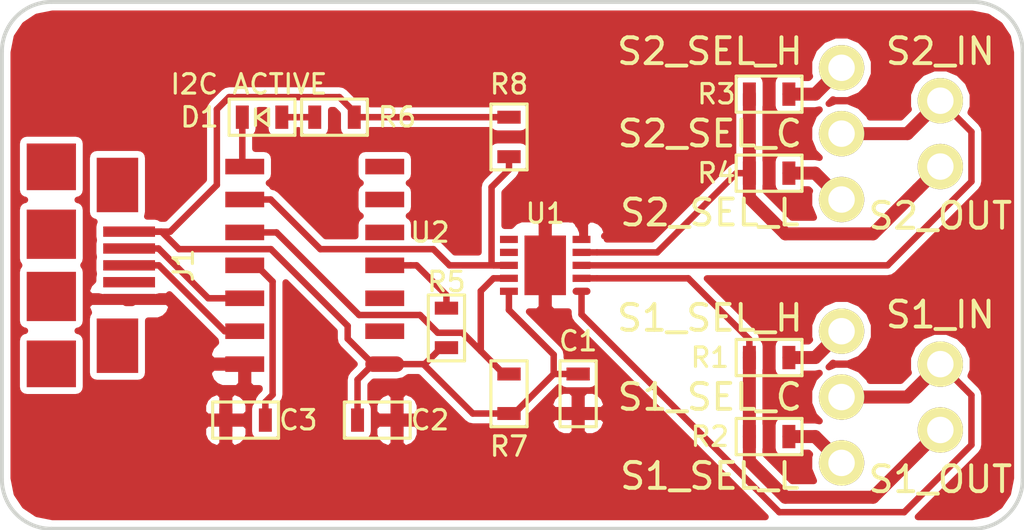
<source format=kicad_pcb>
(kicad_pcb (version 4) (host pcbnew 4.0.5)

  (general
    (links 43)
    (no_connects 6)
    (area 158.039999 101.524999 197.560001 121.995001)
    (thickness 1.6)
    (drawings 11)
    (tracks 113)
    (zones 0)
    (modules 25)
    (nets 28)
  )

  (page A4)
  (layers
    (0 F.Cu signal)
    (31 B.Cu signal)
    (32 B.Adhes user)
    (33 F.Adhes user)
    (34 B.Paste user)
    (35 F.Paste user)
    (36 B.SilkS user)
    (37 F.SilkS user)
    (38 B.Mask user)
    (39 F.Mask user)
    (40 Dwgs.User user)
    (41 Cmts.User user)
    (42 Eco1.User user)
    (43 Eco2.User user)
    (44 Edge.Cuts user)
    (45 Margin user)
    (46 B.CrtYd user)
    (47 F.CrtYd user)
    (48 B.Fab user)
    (49 F.Fab user)
  )

  (setup
    (last_trace_width 0.25)
    (user_trace_width 0.5)
    (trace_clearance 0.2)
    (zone_clearance 0.254)
    (zone_45_only no)
    (trace_min 0.2)
    (segment_width 0.2)
    (edge_width 0.15)
    (via_size 0.6)
    (via_drill 0.4)
    (via_min_size 0.4)
    (via_min_drill 0.3)
    (uvia_size 0.3)
    (uvia_drill 0.1)
    (uvias_allowed no)
    (uvia_min_size 0.2)
    (uvia_min_drill 0.1)
    (pcb_text_width 0.3)
    (pcb_text_size 1.5 1.5)
    (mod_edge_width 0.15)
    (mod_text_size 1 1)
    (mod_text_width 0.15)
    (pad_size 1.524 1.524)
    (pad_drill 0.762)
    (pad_to_mask_clearance 0.2)
    (aux_axis_origin 0 0)
    (visible_elements 7FFFF7FF)
    (pcbplotparams
      (layerselection 0x010f0_80000001)
      (usegerberextensions false)
      (excludeedgelayer true)
      (linewidth 0.100000)
      (plotframeref false)
      (viasonmask false)
      (mode 1)
      (useauxorigin false)
      (hpglpennumber 1)
      (hpglpenspeed 20)
      (hpglpendiameter 15)
      (hpglpenoverlay 2)
      (psnegative false)
      (psa4output false)
      (plotreference true)
      (plotvalue true)
      (plotinvisibletext false)
      (padsonsilk false)
      (subtractmaskfromsilk false)
      (outputformat 1)
      (mirror false)
      (drillshape 0)
      (scaleselection 1)
      (outputdirectory gerbers))
  )

  (net 0 "")
  (net 1 /USB_VBUS)
  (net 2 GND)
  (net 3 "Net-(D1-Pad2)")
  (net 4 "Net-(J1-Pad6)")
  (net 5 /USB_DM)
  (net 6 /USB_DP)
  (net 7 "Net-(J1-Pad4)")
  (net 8 "Net-(R1-Pad1)")
  (net 9 /SENSE1-)
  (net 10 "Net-(R2-Pad1)")
  (net 11 "Net-(R3-Pad1)")
  (net 12 /SENSE2-)
  (net 13 "Net-(R4-Pad1)")
  (net 14 /I2C_SCL)
  (net 15 /I2C_SDA)
  (net 16 /SENSE1+)
  (net 17 /SENSE2+)
  (net 18 /GP0)
  (net 19 /GP1)
  (net 20 /~RST)
  (net 21 /URx)
  (net 22 /UTx)
  (net 23 /GP2)
  (net 24 /GP3)
  (net 25 /VUSB)
  (net 26 /ADDR_SEL)
  (net 27 /~ALERT)

  (net_class Default "This is the default net class."
    (clearance 0.2)
    (trace_width 0.25)
    (via_dia 0.6)
    (via_drill 0.4)
    (uvia_dia 0.3)
    (uvia_drill 0.1)
    (add_net /ADDR_SEL)
    (add_net /GP0)
    (add_net /GP1)
    (add_net /GP2)
    (add_net /GP3)
    (add_net /I2C_SCL)
    (add_net /I2C_SDA)
    (add_net /SENSE1+)
    (add_net /SENSE1-)
    (add_net /SENSE2+)
    (add_net /SENSE2-)
    (add_net /URx)
    (add_net /USB_DM)
    (add_net /USB_DP)
    (add_net /USB_VBUS)
    (add_net /UTx)
    (add_net /VUSB)
    (add_net /~ALERT)
    (add_net /~RST)
    (add_net GND)
    (add_net "Net-(D1-Pad2)")
    (add_net "Net-(J1-Pad4)")
    (add_net "Net-(J1-Pad6)")
    (add_net "Net-(R1-Pad1)")
    (add_net "Net-(R2-Pad1)")
    (add_net "Net-(R3-Pad1)")
    (add_net "Net-(R4-Pad1)")
  )

  (module kicadlib:SMD_0603_C (layer F.Cu) (tedit 58A0ED2E) (tstamp 58A0DDF7)
    (at 180.34 117.475 270)
    (path /58A1026C)
    (fp_text reference C1 (at -2.794 0 360) (layer F.SilkS)
      (effects (font (size 0.75 0.75) (thickness 0.12)))
    )
    (fp_text value 10µF (at 1.016 0.635 360) (layer F.Fab) hide
      (effects (font (size 0.75 0.75) (thickness 0.12)))
    )
    (fp_line (start 0.508 -0.6985) (end 0.508 0.6985) (layer F.SilkS) (width 0.12))
    (fp_line (start -2.032 -0.6985) (end -2.032 0.6985) (layer F.SilkS) (width 0.12))
    (fp_line (start -2.032 -0.6985) (end 0.508 -0.6985) (layer F.SilkS) (width 0.12))
    (fp_line (start 0.508 0.6985) (end -2.032 0.6985) (layer F.SilkS) (width 0.12))
    (pad 1 smd rect (at -1.524 0 270) (size 0.5 0.9) (layers F.Cu F.Paste F.Mask)
      (net 1 /USB_VBUS))
    (pad 2 smd rect (at 0 0 270) (size 0.5 0.9) (layers F.Cu F.Paste F.Mask)
      (net 2 GND))
    (model Capacitors_SMD.3dshapes/C_0603.wrl
      (at (xyz -0.029528 0 0))
      (scale (xyz 1 1 1))
      (rotate (xyz 0 0 0))
    )
  )

  (module kicadlib:SMD_0603_C (layer F.Cu) (tedit 58A0E083) (tstamp 58A0DDFD)
    (at 173.355 117.729)
    (path /58A0A596)
    (fp_text reference C2 (at 1.27 0) (layer F.SilkS)
      (effects (font (size 0.75 0.75) (thickness 0.12)))
    )
    (fp_text value 10µF (at -0.508 1.27) (layer F.Fab) hide
      (effects (font (size 0.75 0.75) (thickness 0.12)))
    )
    (fp_line (start 0.508 -0.6985) (end 0.508 0.6985) (layer F.SilkS) (width 0.12))
    (fp_line (start -2.032 -0.6985) (end -2.032 0.6985) (layer F.SilkS) (width 0.12))
    (fp_line (start -2.032 -0.6985) (end 0.508 -0.6985) (layer F.SilkS) (width 0.12))
    (fp_line (start 0.508 0.6985) (end -2.032 0.6985) (layer F.SilkS) (width 0.12))
    (pad 1 smd rect (at -1.524 0) (size 0.5 0.9) (layers F.Cu F.Paste F.Mask)
      (net 1 /USB_VBUS))
    (pad 2 smd rect (at 0 0) (size 0.5 0.9) (layers F.Cu F.Paste F.Mask)
      (net 2 GND))
    (model Capacitors_SMD.3dshapes/C_0603.wrl
      (at (xyz -0.029528 0 0))
      (scale (xyz 1 1 1))
      (rotate (xyz 0 0 0))
    )
  )

  (module kicadlib:SMD_0603_C (layer F.Cu) (tedit 58A0E061) (tstamp 58A0DE03)
    (at 168.275 117.729)
    (path /58A0B9B1)
    (fp_text reference C3 (at 1.27 0) (layer F.SilkS)
      (effects (font (size 0.75 0.75) (thickness 0.12)))
    )
    (fp_text value 0.22-0.47µF (at -0.508 1.27) (layer F.Fab) hide
      (effects (font (size 0.75 0.75) (thickness 0.12)))
    )
    (fp_line (start 0.508 -0.6985) (end 0.508 0.6985) (layer F.SilkS) (width 0.12))
    (fp_line (start -2.032 -0.6985) (end -2.032 0.6985) (layer F.SilkS) (width 0.12))
    (fp_line (start -2.032 -0.6985) (end 0.508 -0.6985) (layer F.SilkS) (width 0.12))
    (fp_line (start 0.508 0.6985) (end -2.032 0.6985) (layer F.SilkS) (width 0.12))
    (pad 1 smd rect (at -1.524 0) (size 0.5 0.9) (layers F.Cu F.Paste F.Mask)
      (net 2 GND))
    (pad 2 smd rect (at 0 0) (size 0.5 0.9) (layers F.Cu F.Paste F.Mask)
      (net 25 /VUSB))
    (model Capacitors_SMD.3dshapes/C_0603.wrl
      (at (xyz -0.029528 0 0))
      (scale (xyz 1 1 1))
      (rotate (xyz 0 0 0))
    )
  )

  (module kicadlib:usb_micro_b_smt (layer F.Cu) (tedit 56452324) (tstamp 58A0DE18)
    (at 160.02 111.76 270)
    (path /58A07AEC)
    (fp_text reference J1 (at 0 -5.1 270) (layer F.SilkS)
      (effects (font (size 0.75 0.75) (thickness 0.12)))
    )
    (fp_text value USB-micro-b (at 0 2.159 270) (layer F.SilkS) hide
      (effects (font (size 0.75 0.75) (thickness 0.15)))
    )
    (pad 6 smd rect (at 1.2 0 270) (size 1.9 1.9) (layers F.Cu F.Paste F.Mask)
      (net 4 "Net-(J1-Pad6)"))
    (pad 6 smd rect (at -1.2 0 270) (size 1.9 1.9) (layers F.Cu F.Paste F.Mask)
      (net 4 "Net-(J1-Pad6)"))
    (pad 6 smd rect (at 3.8 0 270) (size 1.8 1.9) (layers F.Cu F.Paste F.Mask)
      (net 4 "Net-(J1-Pad6)"))
    (pad 6 smd rect (at -3.8 0 270) (size 1.8 1.9) (layers F.Cu F.Paste F.Mask)
      (net 4 "Net-(J1-Pad6)"))
    (pad 6 smd rect (at -3.1 -2.55 270) (size 2.1 1.6) (layers F.Cu F.Paste F.Mask)
      (net 4 "Net-(J1-Pad6)"))
    (pad 6 smd rect (at 3.1 -2.55 270) (size 2.1 1.6) (layers F.Cu F.Paste F.Mask)
      (net 4 "Net-(J1-Pad6)"))
    (pad 2 smd rect (at -0.65 -3 270) (size 0.4 2) (layers F.Cu F.Paste F.Mask)
      (net 5 /USB_DM))
    (pad 3 smd rect (at 0 -3 270) (size 0.4 2) (layers F.Cu F.Paste F.Mask)
      (net 6 /USB_DP))
    (pad 4 smd rect (at 0.65 -3 270) (size 0.4 2) (layers F.Cu F.Paste F.Mask)
      (net 7 "Net-(J1-Pad4)"))
    (pad 5 smd rect (at 1.3 -3 270) (size 0.4 2) (layers F.Cu F.Paste F.Mask)
      (net 2 GND))
    (pad 1 smd rect (at -1.3 -3 270) (size 0.4 2) (layers F.Cu F.Paste F.Mask)
      (net 1 /USB_VBUS))
    (model ${KIPRJMOD}/kicadlib/kicadlib.pretty/models/USB_MICRO_B_SMT.wrl
      (at (xyz -3.92 0.127 -0.015))
      (scale (xyz 0.4 0.4 0.4))
      (rotate (xyz -90 0 0))
    )
  )

  (module kicadlib:SMD_0603_R (layer F.Cu) (tedit 58A0EA2E) (tstamp 58A0DE1E)
    (at 186.944 115.316 180)
    (path /58A07D36)
    (fp_text reference R1 (at 1.524 0 180) (layer F.SilkS)
      (effects (font (size 0.75 0.75) (thickness 0.12)))
    )
    (fp_text value 0.1R (at -3.556 0 180) (layer F.Fab) hide
      (effects (font (size 0.75 0.75) (thickness 0.12)))
    )
    (fp_line (start 0.508 -0.6985) (end 0.508 0.6985) (layer F.SilkS) (width 0.12))
    (fp_line (start -2.032 -0.6985) (end -2.032 0.6985) (layer F.SilkS) (width 0.12))
    (fp_line (start -2.032 -0.6985) (end 0.508 -0.6985) (layer F.SilkS) (width 0.12))
    (fp_line (start 0.508 0.6985) (end -2.032 0.6985) (layer F.SilkS) (width 0.12))
    (pad 1 smd rect (at -1.524 0 180) (size 0.5 0.9) (layers F.Cu F.Paste F.Mask)
      (net 8 "Net-(R1-Pad1)"))
    (pad 2 smd rect (at 0 0 180) (size 0.5 0.9) (layers F.Cu F.Paste F.Mask)
      (net 9 /SENSE1-))
    (model Resistors_SMD.3dshapes/R_0603.wrl
      (at (xyz -0.029528 0 0))
      (scale (xyz 1 1 1))
      (rotate (xyz 0 0 0))
    )
  )

  (module kicadlib:SMD_0603_R (layer F.Cu) (tedit 58A0EA39) (tstamp 58A0DE24)
    (at 186.944 118.364 180)
    (path /58A07D59)
    (fp_text reference R2 (at 1.524 0 180) (layer F.SilkS)
      (effects (font (size 0.75 0.75) (thickness 0.12)))
    )
    (fp_text value 1.0R (at -3.302 0 180) (layer F.Fab) hide
      (effects (font (size 0.75 0.75) (thickness 0.12)))
    )
    (fp_line (start 0.508 -0.6985) (end 0.508 0.6985) (layer F.SilkS) (width 0.12))
    (fp_line (start -2.032 -0.6985) (end -2.032 0.6985) (layer F.SilkS) (width 0.12))
    (fp_line (start -2.032 -0.6985) (end 0.508 -0.6985) (layer F.SilkS) (width 0.12))
    (fp_line (start 0.508 0.6985) (end -2.032 0.6985) (layer F.SilkS) (width 0.12))
    (pad 1 smd rect (at -1.524 0 180) (size 0.5 0.9) (layers F.Cu F.Paste F.Mask)
      (net 10 "Net-(R2-Pad1)"))
    (pad 2 smd rect (at 0 0 180) (size 0.5 0.9) (layers F.Cu F.Paste F.Mask)
      (net 9 /SENSE1-))
    (model Resistors_SMD.3dshapes/R_0603.wrl
      (at (xyz -0.029528 0 0))
      (scale (xyz 1 1 1))
      (rotate (xyz 0 0 0))
    )
  )

  (module kicadlib:SMD_0603_R (layer F.Cu) (tedit 58A0EA02) (tstamp 58A0DE2A)
    (at 186.944 105.156 180)
    (path /58A14D68)
    (fp_text reference R3 (at 1.27 0 180) (layer F.SilkS)
      (effects (font (size 0.75 0.75) (thickness 0.12)))
    )
    (fp_text value 0.1R (at -3.556 0 180) (layer F.Fab) hide
      (effects (font (size 0.75 0.75) (thickness 0.12)))
    )
    (fp_line (start 0.508 -0.6985) (end 0.508 0.6985) (layer F.SilkS) (width 0.12))
    (fp_line (start -2.032 -0.6985) (end -2.032 0.6985) (layer F.SilkS) (width 0.12))
    (fp_line (start -2.032 -0.6985) (end 0.508 -0.6985) (layer F.SilkS) (width 0.12))
    (fp_line (start 0.508 0.6985) (end -2.032 0.6985) (layer F.SilkS) (width 0.12))
    (pad 1 smd rect (at -1.524 0 180) (size 0.5 0.9) (layers F.Cu F.Paste F.Mask)
      (net 11 "Net-(R3-Pad1)"))
    (pad 2 smd rect (at 0 0 180) (size 0.5 0.9) (layers F.Cu F.Paste F.Mask)
      (net 12 /SENSE2-))
    (model Resistors_SMD.3dshapes/R_0603.wrl
      (at (xyz -0.029528 0 0))
      (scale (xyz 1 1 1))
      (rotate (xyz 0 0 0))
    )
  )

  (module kicadlib:SMD_0603_R (layer F.Cu) (tedit 58A0E9FC) (tstamp 58A0DE30)
    (at 186.944 108.204 180)
    (path /58A14D6E)
    (fp_text reference R4 (at 1.27 0 180) (layer F.SilkS)
      (effects (font (size 0.75 0.75) (thickness 0.12)))
    )
    (fp_text value 1.0R (at -3.302 0 360) (layer F.Fab) hide
      (effects (font (size 0.75 0.75) (thickness 0.12)))
    )
    (fp_line (start 0.508 -0.6985) (end 0.508 0.6985) (layer F.SilkS) (width 0.12))
    (fp_line (start -2.032 -0.6985) (end -2.032 0.6985) (layer F.SilkS) (width 0.12))
    (fp_line (start -2.032 -0.6985) (end 0.508 -0.6985) (layer F.SilkS) (width 0.12))
    (fp_line (start 0.508 0.6985) (end -2.032 0.6985) (layer F.SilkS) (width 0.12))
    (pad 1 smd rect (at -1.524 0 180) (size 0.5 0.9) (layers F.Cu F.Paste F.Mask)
      (net 13 "Net-(R4-Pad1)"))
    (pad 2 smd rect (at 0 0 180) (size 0.5 0.9) (layers F.Cu F.Paste F.Mask)
      (net 12 /SENSE2-))
    (model Resistors_SMD.3dshapes/R_0603.wrl
      (at (xyz -0.029528 0 0))
      (scale (xyz 1 1 1))
      (rotate (xyz 0 0 0))
    )
  )

  (module kicadlib:SMD_0603_R (layer F.Cu) (tedit 58A0E603) (tstamp 58A0DE36)
    (at 175.26 114.935 270)
    (path /58A0EEBF)
    (fp_text reference R5 (at -2.54 0 360) (layer F.SilkS)
      (effects (font (size 0.75 0.75) (thickness 0.12)))
    )
    (fp_text value 10K (at -0.508 1.27 270) (layer F.Fab) hide
      (effects (font (size 0.75 0.75) (thickness 0.12)))
    )
    (fp_line (start 0.508 -0.6985) (end 0.508 0.6985) (layer F.SilkS) (width 0.12))
    (fp_line (start -2.032 -0.6985) (end -2.032 0.6985) (layer F.SilkS) (width 0.12))
    (fp_line (start -2.032 -0.6985) (end 0.508 -0.6985) (layer F.SilkS) (width 0.12))
    (fp_line (start 0.508 0.6985) (end -2.032 0.6985) (layer F.SilkS) (width 0.12))
    (pad 1 smd rect (at -1.524 0 270) (size 0.5 0.9) (layers F.Cu F.Paste F.Mask)
      (net 20 /~RST))
    (pad 2 smd rect (at 0 0 270) (size 0.5 0.9) (layers F.Cu F.Paste F.Mask)
      (net 1 /USB_VBUS))
    (model Resistors_SMD.3dshapes/R_0603.wrl
      (at (xyz -0.029528 0 0))
      (scale (xyz 1 1 1))
      (rotate (xyz 0 0 0))
    )
  )

  (module kicadlib:SMD_0603_R (layer F.Cu) (tedit 58A0E9B9) (tstamp 58A0DE3C)
    (at 170.18 106.045 180)
    (path /58A0AF9A)
    (fp_text reference R6 (at -3.175 0 180) (layer F.SilkS)
      (effects (font (size 0.75 0.75) (thickness 0.12)))
    )
    (fp_text value 1K (at -1.905 1.27 180) (layer F.Fab) hide
      (effects (font (size 0.75 0.75) (thickness 0.12)))
    )
    (fp_line (start 0.508 -0.6985) (end 0.508 0.6985) (layer F.SilkS) (width 0.12))
    (fp_line (start -2.032 -0.6985) (end -2.032 0.6985) (layer F.SilkS) (width 0.12))
    (fp_line (start -2.032 -0.6985) (end 0.508 -0.6985) (layer F.SilkS) (width 0.12))
    (fp_line (start 0.508 0.6985) (end -2.032 0.6985) (layer F.SilkS) (width 0.12))
    (pad 1 smd rect (at -1.524 0 180) (size 0.5 0.9) (layers F.Cu F.Paste F.Mask)
      (net 1 /USB_VBUS))
    (pad 2 smd rect (at 0 0 180) (size 0.5 0.9) (layers F.Cu F.Paste F.Mask)
      (net 3 "Net-(D1-Pad2)"))
    (model Resistors_SMD.3dshapes/R_0603.wrl
      (at (xyz -0.029528 0 0))
      (scale (xyz 1 1 1))
      (rotate (xyz 0 0 0))
    )
  )

  (module kicadlib:SMD_0603_R (layer F.Cu) (tedit 58A0EDF9) (tstamp 58A0DE42)
    (at 177.673 117.475 270)
    (path /58A0D94E)
    (fp_text reference R7 (at 1.27 0 360) (layer F.SilkS)
      (effects (font (size 0.75 0.75) (thickness 0.12)))
    )
    (fp_text value 4.7K (at -0.254 1.143 450) (layer F.Fab) hide
      (effects (font (size 0.75 0.75) (thickness 0.12)))
    )
    (fp_line (start 0.508 -0.6985) (end 0.508 0.6985) (layer F.SilkS) (width 0.12))
    (fp_line (start -2.032 -0.6985) (end -2.032 0.6985) (layer F.SilkS) (width 0.12))
    (fp_line (start -2.032 -0.6985) (end 0.508 -0.6985) (layer F.SilkS) (width 0.12))
    (fp_line (start 0.508 0.6985) (end -2.032 0.6985) (layer F.SilkS) (width 0.12))
    (pad 1 smd rect (at -1.524 0 270) (size 0.5 0.9) (layers F.Cu F.Paste F.Mask)
      (net 14 /I2C_SCL))
    (pad 2 smd rect (at 0 0 270) (size 0.5 0.9) (layers F.Cu F.Paste F.Mask)
      (net 1 /USB_VBUS))
    (model Resistors_SMD.3dshapes/R_0603.wrl
      (at (xyz -0.029528 0 0))
      (scale (xyz 1 1 1))
      (rotate (xyz 0 0 0))
    )
  )

  (module kicadlib:SMD_0603_R (layer F.Cu) (tedit 58A0EDFE) (tstamp 58A0DE48)
    (at 177.673 106.045 90)
    (path /58A0DBA9)
    (fp_text reference R8 (at 1.27 0 180) (layer F.SilkS)
      (effects (font (size 0.75 0.75) (thickness 0.12)))
    )
    (fp_text value 4.7K (at -2.54 0.508 180) (layer F.Fab) hide
      (effects (font (size 0.75 0.75) (thickness 0.12)))
    )
    (fp_line (start 0.508 -0.6985) (end 0.508 0.6985) (layer F.SilkS) (width 0.12))
    (fp_line (start -2.032 -0.6985) (end -2.032 0.6985) (layer F.SilkS) (width 0.12))
    (fp_line (start -2.032 -0.6985) (end 0.508 -0.6985) (layer F.SilkS) (width 0.12))
    (fp_line (start 0.508 0.6985) (end -2.032 0.6985) (layer F.SilkS) (width 0.12))
    (pad 1 smd rect (at -1.524 0 90) (size 0.5 0.9) (layers F.Cu F.Paste F.Mask)
      (net 15 /I2C_SDA))
    (pad 2 smd rect (at 0 0 90) (size 0.5 0.9) (layers F.Cu F.Paste F.Mask)
      (net 1 /USB_VBUS))
    (model Resistors_SMD.3dshapes/R_0603.wrl
      (at (xyz -0.029528 0 0))
      (scale (xyz 1 1 1))
      (rotate (xyz 0 0 0))
    )
  )

  (module kicadlib:TEST_0.100 (layer F.Cu) (tedit 58A0E47E) (tstamp 58A0DE53)
    (at 194.31 118.11)
    (path /58A1208D)
    (fp_text reference TP1 (at 2.54 0) (layer F.SilkS) hide
      (effects (font (size 1 1) (thickness 0.15)))
    )
    (fp_text value S1_OUT (at 0 1.905) (layer F.SilkS)
      (effects (font (size 1 1) (thickness 0.15)))
    )
    (pad 1 thru_hole circle (at 0 0) (size 1.75 1.75) (drill 1.02) (layers *.Cu *.Mask F.SilkS)
      (net 9 /SENSE1-))
  )

  (module kicadlib:TEST_0.100 (layer F.Cu) (tedit 58A0EA25) (tstamp 58A0DE58)
    (at 190.5 114.3)
    (path /58A11D3E)
    (fp_text reference TP2 (at 1.905 -1.27) (layer F.SilkS) hide
      (effects (font (size 1 1) (thickness 0.15)))
    )
    (fp_text value S1_SEL_H (at -5.08 -0.508 180) (layer F.SilkS)
      (effects (font (size 1 1) (thickness 0.15)))
    )
    (pad 1 thru_hole circle (at 0 0) (size 1.75 1.75) (drill 1.02) (layers *.Cu *.Mask F.SilkS)
      (net 8 "Net-(R1-Pad1)"))
  )

  (module kicadlib:TEST_0.100 (layer F.Cu) (tedit 58A0EA34) (tstamp 58A0DE5D)
    (at 190.5 119.38)
    (path /58A11D38)
    (fp_text reference TP3 (at 0 1.905) (layer F.SilkS) hide
      (effects (font (size 1 1) (thickness 0.15)))
    )
    (fp_text value S1_SEL_L (at -5.08 0.508 180) (layer F.SilkS)
      (effects (font (size 1 1) (thickness 0.15)))
    )
    (pad 1 thru_hole circle (at 0 0) (size 1.75 1.75) (drill 1.02) (layers *.Cu *.Mask F.SilkS)
      (net 10 "Net-(R2-Pad1)"))
  )

  (module kicadlib:TEST_0.100 (layer F.Cu) (tedit 58A0E895) (tstamp 58A0DE62)
    (at 190.5 116.84)
    (path /58A11D44)
    (fp_text reference TP4 (at 2.54 0) (layer F.SilkS) hide
      (effects (font (size 1 1) (thickness 0.15)))
    )
    (fp_text value S1_SEL_C (at -5.08 0 180) (layer F.SilkS)
      (effects (font (size 1 1) (thickness 0.15)))
    )
    (pad 1 thru_hole circle (at 0 0) (size 1.75 1.75) (drill 1.02) (layers *.Cu *.Mask F.SilkS)
      (net 16 /SENSE1+))
  )

  (module kicadlib:TEST_0.100 (layer F.Cu) (tedit 58A0E481) (tstamp 58A0DE67)
    (at 194.31 115.57)
    (path /58A12234)
    (fp_text reference TP5 (at 2.54 0) (layer F.SilkS) hide
      (effects (font (size 1 1) (thickness 0.15)))
    )
    (fp_text value S1_IN (at 0 -1.905) (layer F.SilkS)
      (effects (font (size 1 1) (thickness 0.15)))
    )
    (pad 1 thru_hole circle (at 0 0) (size 1.75 1.75) (drill 1.02) (layers *.Cu *.Mask F.SilkS)
      (net 16 /SENSE1+))
  )

  (module kicadlib:TEST_0.100 (layer F.Cu) (tedit 58A0E471) (tstamp 58A0DE6C)
    (at 194.31 107.95)
    (path /58A14D8A)
    (fp_text reference TP6 (at 2.54 0) (layer F.SilkS) hide
      (effects (font (size 1 1) (thickness 0.15)))
    )
    (fp_text value S2_OUT (at 0 1.905) (layer F.SilkS)
      (effects (font (size 1 1) (thickness 0.15)))
    )
    (pad 1 thru_hole circle (at 0 0) (size 1.75 1.75) (drill 1.02) (layers *.Cu *.Mask F.SilkS)
      (net 12 /SENSE2-))
  )

  (module kicadlib:TEST_0.100 (layer F.Cu) (tedit 58A0E9E1) (tstamp 58A0DE71)
    (at 190.5 104.14)
    (path /58A14D7E)
    (fp_text reference TP7 (at 0 -1.905) (layer F.SilkS) hide
      (effects (font (size 1 1) (thickness 0.15)))
    )
    (fp_text value S2_SEL_H (at -5.08 -0.635 180) (layer F.SilkS)
      (effects (font (size 1 1) (thickness 0.15)))
    )
    (pad 1 thru_hole circle (at 0 0) (size 1.75 1.75) (drill 1.02) (layers *.Cu *.Mask F.SilkS)
      (net 11 "Net-(R3-Pad1)"))
  )

  (module kicadlib:TEST_0.100 (layer F.Cu) (tedit 58A0EA08) (tstamp 58A0DE76)
    (at 190.5 109.22)
    (path /58A14D78)
    (fp_text reference TP8 (at 0 1.905) (layer F.SilkS) hide
      (effects (font (size 1 1) (thickness 0.15)))
    )
    (fp_text value S2_SEL_L (at -5.08 0.508 180) (layer F.SilkS)
      (effects (font (size 1 1) (thickness 0.15)))
    )
    (pad 1 thru_hole circle (at 0 0) (size 1.75 1.75) (drill 1.02) (layers *.Cu *.Mask F.SilkS)
      (net 13 "Net-(R4-Pad1)"))
  )

  (module kicadlib:TEST_0.100 (layer F.Cu) (tedit 58A0E89B) (tstamp 58A0DE7B)
    (at 190.5 106.68)
    (path /58A14D84)
    (fp_text reference TP9 (at 2.54 0) (layer F.SilkS) hide
      (effects (font (size 1 1) (thickness 0.15)))
    )
    (fp_text value S2_SEL_C (at -5.08 0 180) (layer F.SilkS)
      (effects (font (size 1 1) (thickness 0.15)))
    )
    (pad 1 thru_hole circle (at 0 0) (size 1.75 1.75) (drill 1.02) (layers *.Cu *.Mask F.SilkS)
      (net 17 /SENSE2+))
  )

  (module kicadlib:TEST_0.100 (layer F.Cu) (tedit 58A0E46F) (tstamp 58A0DE80)
    (at 194.31 105.41)
    (path /58A14D90)
    (fp_text reference TP10 (at 3.175 0) (layer F.SilkS) hide
      (effects (font (size 1 1) (thickness 0.15)))
    )
    (fp_text value S2_IN (at 0 -1.905) (layer F.SilkS)
      (effects (font (size 1 1) (thickness 0.15)))
    )
    (pad 1 thru_hole circle (at 0 0) (size 1.75 1.75) (drill 1.02) (layers *.Cu *.Mask F.SilkS)
      (net 17 /SENSE2+))
  )

  (module kicadlib:SMD_10-DFN (layer F.Cu) (tedit 58A0E3C9) (tstamp 58A0DEB2)
    (at 179.07 111.76 180)
    (path /589BCEA6)
    (fp_text reference U1 (at 0 2 180) (layer F.SilkS)
      (effects (font (size 0.75 0.75) (thickness 0.12)))
    )
    (fp_text value PAC1720 (at 0 -2 180) (layer F.Fab) hide
      (effects (font (size 0.75 0.75) (thickness 0.12)))
    )
    (pad 1 smd oval (at -1.4 -1 180) (size 0.69 0.28) (layers F.Cu F.Paste F.Mask)
      (net 16 /SENSE1+))
    (pad 2 smd rect (at -1.4 -0.5 180) (size 0.69 0.28) (layers F.Cu F.Paste F.Mask)
      (net 9 /SENSE1-))
    (pad 3 smd rect (at -1.4 0 180) (size 0.69 0.28) (layers F.Cu F.Paste F.Mask)
      (net 17 /SENSE2+))
    (pad 4 smd rect (at -1.4 0.5 180) (size 0.69 0.28) (layers F.Cu F.Paste F.Mask)
      (net 12 /SENSE2-))
    (pad 5 smd rect (at -1.4 1 180) (size 0.69 0.28) (layers F.Cu F.Paste F.Mask)
      (net 2 GND))
    (pad 6 smd rect (at 1.4 1 180) (size 0.69 0.28) (layers F.Cu F.Paste F.Mask)
      (net 26 /ADDR_SEL))
    (pad 7 smd rect (at 1.4 0.5 180) (size 0.69 0.28) (layers F.Cu F.Paste F.Mask)
      (net 27 /~ALERT))
    (pad 8 smd rect (at 1.4 0 180) (size 0.69 0.28) (layers F.Cu F.Paste F.Mask)
      (net 15 /I2C_SDA))
    (pad 9 smd rect (at 1.4 -0.5 180) (size 0.69 0.28) (layers F.Cu F.Paste F.Mask)
      (net 14 /I2C_SCL))
    (pad 10 smd rect (at 1.4 -1 180) (size 0.69 0.28) (layers F.Cu F.Paste F.Mask)
      (net 1 /USB_VBUS))
    (pad 5 smd rect (at 0 0 180) (size 1.6 2.3) (layers F.Cu F.Paste F.Mask)
      (net 2 GND))
  )

  (module kicadlib:SMD_14-SOIC (layer F.Cu) (tedit 58A0E5F3) (tstamp 58A0DEC4)
    (at 170.18 111.76 90)
    (path /58A08AC7)
    (fp_text reference U2 (at 1.27 4.445 180) (layer F.SilkS)
      (effects (font (size 0.75 0.75) (thickness 0.12)))
    )
    (fp_text value MCP2221A (at 0 -4.318 90) (layer F.Fab) hide
      (effects (font (size 0.75 0.75) (thickness 0.12)))
    )
    (fp_line (start -4.318 -1.524) (end 4.318 -1.524) (layer F.Fab) (width 0.12))
    (fp_line (start 4.318 -1.524) (end 4.318 1.524) (layer F.Fab) (width 0.12))
    (fp_line (start 4.318 1.524) (end -4.318 1.524) (layer F.Fab) (width 0.12))
    (fp_line (start -4.318 1.524) (end -4.318 -1.524) (layer F.Fab) (width 0.12))
    (pad 1 smd oval (at -3.81 2.7 90) (size 0.6 1.5) (layers F.Cu F.Paste F.Mask)
      (net 1 /USB_VBUS))
    (pad 2 smd rect (at -2.54 2.7 90) (size 0.6 1.5) (layers F.Cu F.Paste F.Mask)
      (net 18 /GP0))
    (pad 3 smd rect (at -1.27 2.7 90) (size 0.6 1.5) (layers F.Cu F.Paste F.Mask)
      (net 19 /GP1))
    (pad 4 smd rect (at 0 2.7 90) (size 0.6 1.5) (layers F.Cu F.Paste F.Mask)
      (net 20 /~RST))
    (pad 6 smd rect (at 2.54 2.7 90) (size 0.6 1.5) (layers F.Cu F.Paste F.Mask)
      (net 22 /UTx))
    (pad 7 smd rect (at 3.81 2.7 90) (size 0.6 1.5) (layers F.Cu F.Paste F.Mask)
      (net 23 /GP2))
    (pad 8 smd rect (at 3.81 -2.7 90) (size 0.6 1.5) (layers F.Cu F.Paste F.Mask)
      (net 24 /GP3))
    (pad 9 smd rect (at 2.54 -2.7 90) (size 0.6 1.5) (layers F.Cu F.Paste F.Mask)
      (net 15 /I2C_SDA))
    (pad 10 smd rect (at 1.27 -2.7 90) (size 0.6 1.5) (layers F.Cu F.Paste F.Mask)
      (net 14 /I2C_SCL))
    (pad 11 smd rect (at 0 -2.7 90) (size 0.6 1.5) (layers F.Cu F.Paste F.Mask)
      (net 25 /VUSB))
    (pad 12 smd rect (at -1.27 -2.7 90) (size 0.6 1.5) (layers F.Cu F.Paste F.Mask)
      (net 5 /USB_DM))
    (pad 13 smd rect (at -2.54 -2.7 90) (size 0.6 1.5) (layers F.Cu F.Paste F.Mask)
      (net 6 /USB_DP))
    (pad 14 smd rect (at -3.81 -2.7 90) (size 0.6 1.5) (layers F.Cu F.Paste F.Mask)
      (net 2 GND))
    (pad 5 smd rect (at 1.27 2.7 90) (size 0.6 1.5) (layers F.Cu F.Paste F.Mask)
      (net 21 /URx))
  )

  (module kicadlib:SMD_0603_LED_REVERSED (layer F.Cu) (tedit 58A0E9C6) (tstamp 58A0E1E3)
    (at 168.91 106.045)
    (path /58A0AEDC)
    (fp_text reference D1 (at -3.175 0) (layer F.SilkS)
      (effects (font (size 0.75 0.75) (thickness 0.12)))
    )
    (fp_text value "I2C ACTIVE LED" (at -0.635 1.27) (layer F.Fab) hide
      (effects (font (size 0.75 0.75) (thickness 0.12)))
    )
    (fp_line (start -1.016 0.3175) (end -1.016 -0.3175) (layer F.SilkS) (width 0.12))
    (fp_line (start -0.508 -0.3175) (end -0.9525 0) (layer F.SilkS) (width 0.12))
    (fp_line (start -0.9525 0) (end -0.508 0.3175) (layer F.SilkS) (width 0.12))
    (fp_line (start -0.508 0.3175) (end -0.508 -0.3175) (layer F.SilkS) (width 0.12))
    (fp_line (start 0.508 -0.6985) (end 0.508 0.6985) (layer F.SilkS) (width 0.12))
    (fp_line (start -2.032 -0.6985) (end -2.032 0.6985) (layer F.SilkS) (width 0.12))
    (fp_line (start -2.032 0.6985) (end 0.508 0.6985) (layer F.SilkS) (width 0.12))
    (fp_line (start 0.508 -0.6985) (end -2.032 -0.6985) (layer F.SilkS) (width 0.12))
    (pad 1 smd rect (at -1.524 0) (size 0.5 0.9) (layers F.Cu F.Paste F.Mask)
      (net 24 /GP3))
    (pad 2 smd rect (at 0 0) (size 0.5 0.9) (layers F.Cu F.Paste F.Mask)
      (net 3 "Net-(D1-Pad2)"))
    (model LEDs.3dshapes/LED-0805.wrl
      (at (xyz -0.034 0 0))
      (scale (xyz 0.75 0.5 0.5))
      (rotate (xyz 0 0 0))
    )
  )

  (gr_text github.com/noahp/psense (at 159.385 120.015) (layer F.Mask)
    (effects (font (size 1 1) (thickness 0.15)) (justify left))
  )
  (gr_text "psense v1" (at 159.385 102.87) (layer F.Mask)
    (effects (font (size 1 1) (thickness 0.15)) (justify left))
  )
  (gr_line (start 195.58 101.6) (end 160.02 101.6) (angle 90) (layer Edge.Cuts) (width 0.15))
  (gr_line (start 197.485 120.015) (end 197.485 103.505) (angle 90) (layer Edge.Cuts) (width 0.15))
  (gr_line (start 160.02 121.92) (end 195.58 121.92) (angle 90) (layer Edge.Cuts) (width 0.15))
  (gr_line (start 158.115 103.505) (end 158.115 120.015) (angle 90) (layer Edge.Cuts) (width 0.15))
  (gr_arc (start 195.58 103.505) (end 195.58 101.6) (angle 90) (layer Edge.Cuts) (width 0.15))
  (gr_arc (start 195.58 120.015) (end 197.485 120.015) (angle 90) (layer Edge.Cuts) (width 0.15))
  (gr_arc (start 160.02 120.015) (end 160.02 121.92) (angle 90) (layer Edge.Cuts) (width 0.15))
  (gr_arc (start 160.02 103.505) (end 158.115 103.505) (angle 90) (layer Edge.Cuts) (width 0.15))
  (gr_text "I2C ACTIVE" (at 167.64 104.775) (layer F.SilkS)
    (effects (font (size 0.75 0.75) (thickness 0.12)))
  )

  (segment (start 171.831 116.169) (end 171.831 117.729) (width 0.25) (layer F.Cu) (net 1))
  (segment (start 163.02 110.46) (end 164.604998 110.46) (width 0.25) (layer F.Cu) (net 1))
  (segment (start 164.604998 110.46) (end 166.404999 108.659999) (width 0.25) (layer F.Cu) (net 1))
  (segment (start 166.404999 108.659999) (end 166.404999 105.740999) (width 0.25) (layer F.Cu) (net 1))
  (segment (start 166.404999 105.740999) (end 166.875999 105.269999) (width 0.25) (layer F.Cu) (net 1))
  (segment (start 166.875999 105.269999) (end 171.128999 105.269999) (width 0.25) (layer F.Cu) (net 1))
  (segment (start 171.128999 105.269999) (end 171.704 105.845) (width 0.25) (layer F.Cu) (net 1))
  (segment (start 171.704 105.845) (end 171.704 106.045) (width 0.25) (layer F.Cu) (net 1))
  (segment (start 177.67 112.76) (end 177.67 113.481) (width 0.25) (layer F.Cu) (net 1))
  (segment (start 177.67 113.481) (end 179.397 115.208) (width 0.25) (layer F.Cu) (net 1))
  (segment (start 179.397 115.208) (end 179.397 115.951) (width 0.25) (layer F.Cu) (net 1))
  (segment (start 179.397 115.951) (end 180.34 115.951) (width 0.25) (layer F.Cu) (net 1))
  (segment (start 177.873 117.475) (end 179.397 115.951) (width 0.25) (layer F.Cu) (net 1))
  (segment (start 177.873 117.475) (end 177.673 117.475) (width 0.25) (layer F.Cu) (net 1))
  (segment (start 174.425 115.57) (end 174.371 115.57) (width 0.25) (layer F.Cu) (net 1))
  (segment (start 174.371 115.57) (end 172.88 115.57) (width 0.25) (layer F.Cu) (net 1))
  (segment (start 177.673 117.475) (end 176.276 117.475) (width 0.25) (layer F.Cu) (net 1))
  (segment (start 176.276 117.475) (end 174.371 115.57) (width 0.25) (layer F.Cu) (net 1))
  (segment (start 177.673 106.045) (end 171.704 106.045) (width 0.25) (layer F.Cu) (net 1))
  (segment (start 171.831 116.169) (end 172.43 115.57) (width 0.25) (layer F.Cu) (net 1))
  (segment (start 172.43 115.57) (end 172.88 115.57) (width 0.25) (layer F.Cu) (net 1))
  (segment (start 175.26 114.935) (end 175.06 114.935) (width 0.25) (layer F.Cu) (net 1))
  (segment (start 175.06 114.935) (end 174.425 115.57) (width 0.25) (layer F.Cu) (net 1))
  (segment (start 172.43 115.57) (end 171.45 114.59) (width 0.25) (layer F.Cu) (net 1))
  (segment (start 171.45 114.59) (end 171.45 114.094998) (width 0.25) (layer F.Cu) (net 1))
  (segment (start 171.45 114.094998) (end 168.490001 111.134999) (width 0.25) (layer F.Cu) (net 1))
  (segment (start 168.490001 111.134999) (end 164.944999 111.134999) (width 0.25) (layer F.Cu) (net 1))
  (segment (start 164.944999 111.134999) (end 164.27 110.46) (width 0.25) (layer F.Cu) (net 1))
  (segment (start 164.27 110.46) (end 163.02 110.46) (width 0.25) (layer F.Cu) (net 1))
  (segment (start 168.91 106.045) (end 170.18 106.045) (width 0.25) (layer F.Cu) (net 3))
  (segment (start 167.48 113.03) (end 166.075002 113.03) (width 0.25) (layer F.Cu) (net 5))
  (segment (start 166.075002 113.03) (end 164.155002 111.11) (width 0.25) (layer F.Cu) (net 5))
  (segment (start 164.155002 111.11) (end 163.02 111.11) (width 0.25) (layer F.Cu) (net 5))
  (segment (start 167.48 114.3) (end 166.708592 114.3) (width 0.25) (layer F.Cu) (net 6))
  (segment (start 166.708592 114.3) (end 164.168592 111.76) (width 0.25) (layer F.Cu) (net 6))
  (segment (start 164.168592 111.76) (end 163.02 111.76) (width 0.25) (layer F.Cu) (net 6))
  (segment (start 188.468 115.316) (end 189.484 115.316) (width 0.5) (layer F.Cu) (net 8) (status 10))
  (segment (start 189.484 115.316) (end 190.5 114.3) (width 0.5) (layer F.Cu) (net 8))
  (segment (start 186.944 115.316) (end 186.944 114.616) (width 0.25) (layer F.Cu) (net 9))
  (segment (start 181.065 112.26) (end 180.47 112.26) (width 0.25) (layer F.Cu) (net 9))
  (segment (start 186.944 114.616) (end 184.588 112.26) (width 0.25) (layer F.Cu) (net 9))
  (segment (start 184.588 112.26) (end 181.065 112.26) (width 0.25) (layer F.Cu) (net 9))
  (segment (start 186.944 115.316) (end 186.944 115.116) (width 0.5) (layer F.Cu) (net 9))
  (segment (start 186.944 115.316) (end 186.944 118.364) (width 0.5) (layer F.Cu) (net 9))
  (segment (start 186.944 118.364) (end 186.944 119.314) (width 0.5) (layer F.Cu) (net 9))
  (segment (start 186.944 119.314) (end 188.335001 120.705001) (width 0.5) (layer F.Cu) (net 9))
  (segment (start 188.335001 120.705001) (end 191.714999 120.705001) (width 0.5) (layer F.Cu) (net 9))
  (segment (start 191.714999 120.705001) (end 193.435001 118.984999) (width 0.5) (layer F.Cu) (net 9))
  (segment (start 193.435001 118.984999) (end 194.31 118.11) (width 0.5) (layer F.Cu) (net 9))
  (segment (start 188.468 118.364) (end 189.484 118.364) (width 0.5) (layer F.Cu) (net 10) (status 10))
  (segment (start 189.484 118.364) (end 190.5 119.38) (width 0.5) (layer F.Cu) (net 10))
  (segment (start 189.484 105.156) (end 188.468 105.156) (width 0.5) (layer F.Cu) (net 11) (status 20))
  (segment (start 190.5 104.14) (end 189.484 105.156) (width 0.5) (layer F.Cu) (net 11))
  (segment (start 186.944 108.204) (end 186.444 108.204) (width 0.25) (layer F.Cu) (net 12))
  (segment (start 181.065 111.26) (end 180.47 111.26) (width 0.25) (layer F.Cu) (net 12))
  (segment (start 186.444 108.204) (end 183.388 111.26) (width 0.25) (layer F.Cu) (net 12))
  (segment (start 183.388 111.26) (end 181.065 111.26) (width 0.25) (layer F.Cu) (net 12))
  (segment (start 186.944 105.156) (end 186.944 108.204) (width 0.5) (layer F.Cu) (net 12))
  (segment (start 186.944 108.204) (end 186.944 109.154) (width 0.5) (layer F.Cu) (net 12))
  (segment (start 186.944 109.154) (end 188.335001 110.545001) (width 0.5) (layer F.Cu) (net 12))
  (segment (start 193.435001 108.824999) (end 194.31 107.95) (width 0.5) (layer F.Cu) (net 12))
  (segment (start 188.335001 110.545001) (end 191.714999 110.545001) (width 0.5) (layer F.Cu) (net 12))
  (segment (start 191.714999 110.545001) (end 193.435001 108.824999) (width 0.5) (layer F.Cu) (net 12))
  (segment (start 190.5 109.22) (end 189.484 108.204) (width 0.5) (layer F.Cu) (net 13))
  (segment (start 189.484 108.204) (end 188.468 108.204) (width 0.5) (layer F.Cu) (net 13) (status 20))
  (segment (start 175.881999 114.359999) (end 176.584 115.062) (width 0.25) (layer F.Cu) (net 14))
  (segment (start 177.075 112.26) (end 176.584 112.751) (width 0.25) (layer F.Cu) (net 14))
  (segment (start 176.584 115.062) (end 177.473 115.951) (width 0.25) (layer F.Cu) (net 14))
  (segment (start 177.67 112.26) (end 177.075 112.26) (width 0.25) (layer F.Cu) (net 14))
  (segment (start 176.584 112.751) (end 176.584 115.062) (width 0.25) (layer F.Cu) (net 14))
  (segment (start 167.48 110.49) (end 168.704998 110.49) (width 0.25) (layer F.Cu) (net 14))
  (segment (start 171.889997 113.674999) (end 174.238997 113.674999) (width 0.25) (layer F.Cu) (net 14))
  (segment (start 168.704998 110.49) (end 171.889997 113.674999) (width 0.25) (layer F.Cu) (net 14))
  (segment (start 174.238997 113.674999) (end 174.923997 114.359999) (width 0.25) (layer F.Cu) (net 14))
  (segment (start 174.923997 114.359999) (end 175.881999 114.359999) (width 0.25) (layer F.Cu) (net 14))
  (segment (start 177.473 115.951) (end 177.673 115.951) (width 0.25) (layer F.Cu) (net 14))
  (segment (start 177.673 107.569) (end 177.673 108.069) (width 0.25) (layer F.Cu) (net 15))
  (segment (start 177.673 108.069) (end 176.999999 108.742001) (width 0.25) (layer F.Cu) (net 15))
  (segment (start 176.999999 108.742001) (end 176.999999 111.684999) (width 0.25) (layer F.Cu) (net 15))
  (segment (start 176.999999 111.684999) (end 177.075 111.76) (width 0.25) (layer F.Cu) (net 15))
  (segment (start 177.075 111.76) (end 177.67 111.76) (width 0.25) (layer F.Cu) (net 15))
  (segment (start 174.753999 111.134999) (end 175.379 111.76) (width 0.25) (layer F.Cu) (net 15))
  (segment (start 177.67 111.76) (end 175.379 111.76) (width 0.25) (layer F.Cu) (net 15))
  (segment (start 167.48 109.22) (end 168.48 109.22) (width 0.25) (layer F.Cu) (net 15))
  (segment (start 168.48 109.22) (end 170.394999 111.134999) (width 0.25) (layer F.Cu) (net 15))
  (segment (start 170.394999 111.134999) (end 174.753999 111.134999) (width 0.25) (layer F.Cu) (net 15))
  (segment (start 180.47 112.76) (end 180.47 113.653186) (width 0.25) (layer F.Cu) (net 16))
  (segment (start 180.47 113.653186) (end 188.096825 121.280011) (width 0.25) (layer F.Cu) (net 16))
  (segment (start 188.096825 121.280011) (end 192.915991 121.280011) (width 0.25) (layer F.Cu) (net 16))
  (segment (start 195.510001 118.686001) (end 195.510001 116.770001) (width 0.25) (layer F.Cu) (net 16))
  (segment (start 192.915991 121.280011) (end 195.510001 118.686001) (width 0.25) (layer F.Cu) (net 16))
  (segment (start 195.510001 116.770001) (end 195.184999 116.444999) (width 0.25) (layer F.Cu) (net 16))
  (segment (start 195.184999 116.444999) (end 194.31 115.57) (width 0.25) (layer F.Cu) (net 16))
  (segment (start 193.04 116.84) (end 190.5 116.84) (width 0.5) (layer F.Cu) (net 16))
  (segment (start 194.31 115.57) (end 193.04 116.84) (width 0.5) (layer F.Cu) (net 16))
  (segment (start 180.47 111.76) (end 192.276002 111.76) (width 0.25) (layer F.Cu) (net 17))
  (segment (start 195.510001 108.526001) (end 195.510001 106.610001) (width 0.25) (layer F.Cu) (net 17))
  (segment (start 195.510001 106.610001) (end 195.184999 106.284999) (width 0.25) (layer F.Cu) (net 17))
  (segment (start 192.276002 111.76) (end 195.510001 108.526001) (width 0.25) (layer F.Cu) (net 17))
  (segment (start 195.184999 106.284999) (end 194.31 105.41) (width 0.25) (layer F.Cu) (net 17))
  (segment (start 193.04 106.68) (end 190.5 106.68) (width 0.5) (layer F.Cu) (net 17))
  (segment (start 194.31 105.41) (end 193.04 106.68) (width 0.5) (layer F.Cu) (net 17))
  (segment (start 175.26 113.411) (end 175.26 112.911) (width 0.25) (layer F.Cu) (net 20))
  (segment (start 174.109 111.76) (end 173.88 111.76) (width 0.25) (layer F.Cu) (net 20))
  (segment (start 173.88 111.76) (end 172.88 111.76) (width 0.25) (layer F.Cu) (net 20))
  (segment (start 175.26 112.911) (end 174.109 111.76) (width 0.25) (layer F.Cu) (net 20))
  (segment (start 167.386 106.045) (end 167.386 107.856) (width 0.25) (layer F.Cu) (net 24))
  (segment (start 167.386 107.856) (end 167.48 107.95) (width 0.25) (layer F.Cu) (net 24))
  (segment (start 168.555001 112.385001) (end 168.555001 116.748999) (width 0.25) (layer F.Cu) (net 25))
  (segment (start 168.555001 116.748999) (end 168.275 117.029) (width 0.25) (layer F.Cu) (net 25))
  (segment (start 168.275 117.029) (end 168.275 117.729) (width 0.25) (layer F.Cu) (net 25))
  (segment (start 168.555001 112.385001) (end 167.93 111.76) (width 0.25) (layer F.Cu) (net 25))
  (segment (start 167.93 111.76) (end 167.48 111.76) (width 0.25) (layer F.Cu) (net 25))

  (zone (net 2) (net_name GND) (layer F.Cu) (tstamp 58A0EF0B) (hatch edge 0.508)
    (connect_pads (clearance 0.254))
    (min_thickness 0.254)
    (fill yes (arc_segments 16) (thermal_gap 0.508) (thermal_bridge_width 0.508))
    (polygon
      (pts
        (xy 197.485 121.92) (xy 158.115 121.92) (xy 158.115 101.6) (xy 197.485 101.6)
      )
    )
    (filled_polygon
      (pts
        (xy 196.131088 102.174551) (xy 196.59828 102.48672) (xy 196.910449 102.953911) (xy 197.029 103.549911) (xy 197.029 119.970089)
        (xy 196.910449 120.566089) (xy 196.59828 121.03328) (xy 196.131088 121.345449) (xy 195.535089 121.464) (xy 193.447594 121.464)
        (xy 195.867797 119.043797) (xy 195.977484 118.879639) (xy 196.016001 118.686001) (xy 196.016001 116.770001) (xy 195.977484 116.576363)
        (xy 195.867797 116.412205) (xy 195.480911 116.025319) (xy 195.565781 115.82093) (xy 195.566217 115.321262) (xy 195.375405 114.859463)
        (xy 195.022396 114.505836) (xy 194.56093 114.314219) (xy 194.061262 114.313783) (xy 193.599463 114.504595) (xy 193.245836 114.857604)
        (xy 193.054219 115.31907) (xy 193.053783 115.818738) (xy 193.087439 115.900192) (xy 192.778632 116.209) (xy 191.598269 116.209)
        (xy 191.565405 116.129463) (xy 191.212396 115.775836) (xy 190.75093 115.584219) (xy 190.251262 115.583783) (xy 190.008121 115.684247)
        (xy 190.16959 115.522778) (xy 190.24907 115.555781) (xy 190.748738 115.556217) (xy 191.210537 115.365405) (xy 191.564164 115.012396)
        (xy 191.755781 114.55093) (xy 191.756217 114.051262) (xy 191.565405 113.589463) (xy 191.212396 113.235836) (xy 190.75093 113.044219)
        (xy 190.251262 113.043783) (xy 189.789463 113.234595) (xy 189.435836 113.587604) (xy 189.244219 114.04907) (xy 189.243783 114.548738)
        (xy 189.277439 114.630193) (xy 189.222632 114.685) (xy 189.05428 114.685) (xy 188.996454 114.595135) (xy 188.869134 114.508141)
        (xy 188.718 114.477536) (xy 188.218 114.477536) (xy 188.07681 114.504103) (xy 187.947135 114.587546) (xy 187.860141 114.714866)
        (xy 187.829536 114.866) (xy 187.829536 115.766) (xy 187.856103 115.90719) (xy 187.939546 116.036865) (xy 188.066866 116.123859)
        (xy 188.218 116.154464) (xy 188.718 116.154464) (xy 188.85919 116.127897) (xy 188.988865 116.044454) (xy 189.055452 115.947)
        (xy 189.484 115.947) (xy 189.649792 115.914022) (xy 189.435836 116.127604) (xy 189.244219 116.58907) (xy 189.243783 117.088738)
        (xy 189.434595 117.550537) (xy 189.649627 117.765945) (xy 189.484 117.733) (xy 189.05428 117.733) (xy 188.996454 117.643135)
        (xy 188.869134 117.556141) (xy 188.718 117.525536) (xy 188.218 117.525536) (xy 188.07681 117.552103) (xy 187.947135 117.635546)
        (xy 187.860141 117.762866) (xy 187.829536 117.914) (xy 187.829536 118.814) (xy 187.856103 118.95519) (xy 187.939546 119.084865)
        (xy 188.066866 119.171859) (xy 188.218 119.202464) (xy 188.718 119.202464) (xy 188.85919 119.175897) (xy 188.988865 119.092454)
        (xy 189.055452 118.995) (xy 189.222632 118.995) (xy 189.277222 119.04959) (xy 189.244219 119.12907) (xy 189.243783 119.628738)
        (xy 189.427762 120.074001) (xy 188.59637 120.074001) (xy 187.575 119.052632) (xy 187.575 118.850859) (xy 187.582464 118.814)
        (xy 187.582464 117.914) (xy 187.575 117.874333) (xy 187.575 115.802859) (xy 187.582464 115.766) (xy 187.582464 114.866)
        (xy 187.555897 114.72481) (xy 187.472454 114.595135) (xy 187.441665 114.574098) (xy 187.411483 114.422362) (xy 187.301796 114.258204)
        (xy 185.309592 112.266) (xy 192.276002 112.266) (xy 192.46964 112.227483) (xy 192.633798 112.117796) (xy 195.867797 108.883797)
        (xy 195.977484 108.719639) (xy 196.016001 108.526001) (xy 196.016001 106.610001) (xy 195.977484 106.416363) (xy 195.867797 106.252205)
        (xy 195.480911 105.865319) (xy 195.565781 105.66093) (xy 195.566217 105.161262) (xy 195.375405 104.699463) (xy 195.022396 104.345836)
        (xy 194.56093 104.154219) (xy 194.061262 104.153783) (xy 193.599463 104.344595) (xy 193.245836 104.697604) (xy 193.054219 105.15907)
        (xy 193.053783 105.658738) (xy 193.087439 105.740192) (xy 192.778632 106.049) (xy 191.598269 106.049) (xy 191.565405 105.969463)
        (xy 191.212396 105.615836) (xy 190.75093 105.424219) (xy 190.251262 105.423783) (xy 190.008121 105.524247) (xy 190.16959 105.362778)
        (xy 190.24907 105.395781) (xy 190.748738 105.396217) (xy 191.210537 105.205405) (xy 191.564164 104.852396) (xy 191.755781 104.39093)
        (xy 191.756217 103.891262) (xy 191.565405 103.429463) (xy 191.212396 103.075836) (xy 190.75093 102.884219) (xy 190.251262 102.883783)
        (xy 189.789463 103.074595) (xy 189.435836 103.427604) (xy 189.244219 103.88907) (xy 189.243783 104.388738) (xy 189.277439 104.470193)
        (xy 189.222632 104.525) (xy 189.05428 104.525) (xy 188.996454 104.435135) (xy 188.869134 104.348141) (xy 188.718 104.317536)
        (xy 188.218 104.317536) (xy 188.07681 104.344103) (xy 187.947135 104.427546) (xy 187.860141 104.554866) (xy 187.829536 104.706)
        (xy 187.829536 105.606) (xy 187.856103 105.74719) (xy 187.939546 105.876865) (xy 188.066866 105.963859) (xy 188.218 105.994464)
        (xy 188.718 105.994464) (xy 188.85919 105.967897) (xy 188.988865 105.884454) (xy 189.055452 105.787) (xy 189.484 105.787)
        (xy 189.649792 105.754022) (xy 189.435836 105.967604) (xy 189.244219 106.42907) (xy 189.243783 106.928738) (xy 189.434595 107.390537)
        (xy 189.649627 107.605945) (xy 189.484 107.573) (xy 189.05428 107.573) (xy 188.996454 107.483135) (xy 188.869134 107.396141)
        (xy 188.718 107.365536) (xy 188.218 107.365536) (xy 188.07681 107.392103) (xy 187.947135 107.475546) (xy 187.860141 107.602866)
        (xy 187.829536 107.754) (xy 187.829536 108.654) (xy 187.856103 108.79519) (xy 187.939546 108.924865) (xy 188.066866 109.011859)
        (xy 188.218 109.042464) (xy 188.718 109.042464) (xy 188.85919 109.015897) (xy 188.988865 108.932454) (xy 189.055452 108.835)
        (xy 189.222632 108.835) (xy 189.277222 108.88959) (xy 189.244219 108.96907) (xy 189.243783 109.468738) (xy 189.427762 109.914001)
        (xy 188.59637 109.914001) (xy 187.575 108.892632) (xy 187.575 108.690859) (xy 187.582464 108.654) (xy 187.582464 107.754)
        (xy 187.575 107.714333) (xy 187.575 105.642859) (xy 187.582464 105.606) (xy 187.582464 104.706) (xy 187.555897 104.56481)
        (xy 187.472454 104.435135) (xy 187.345134 104.348141) (xy 187.194 104.317536) (xy 186.694 104.317536) (xy 186.55281 104.344103)
        (xy 186.423135 104.427546) (xy 186.336141 104.554866) (xy 186.305536 104.706) (xy 186.305536 105.606) (xy 186.313 105.645667)
        (xy 186.313 107.717141) (xy 186.311541 107.724348) (xy 186.250362 107.736517) (xy 186.126918 107.819) (xy 186.086204 107.846204)
        (xy 183.178408 110.754) (xy 181.45 110.754) (xy 181.45 110.632998) (xy 181.348252 110.632998) (xy 181.45 110.53125)
        (xy 181.45 110.49369) (xy 181.353327 110.260301) (xy 181.174698 110.081673) (xy 180.941309 109.985) (xy 180.75575 109.985)
        (xy 180.597 110.14375) (xy 180.597 110.69) (xy 180.617 110.69) (xy 180.617 110.731536) (xy 180.505 110.731536)
        (xy 180.505 110.48369) (xy 180.408327 110.250301) (xy 180.343 110.184974) (xy 180.343 110.14375) (xy 180.18425 109.985)
        (xy 180.020451 109.985) (xy 179.996309 109.975) (xy 179.35575 109.975) (xy 179.197 110.13375) (xy 179.197 111.633)
        (xy 179.217 111.633) (xy 179.217 111.887) (xy 179.197 111.887) (xy 179.197 113.38625) (xy 179.35575 113.545)
        (xy 179.964 113.545) (xy 179.964 113.653186) (xy 180.002517 113.846824) (xy 180.112204 114.010982) (xy 187.565222 121.464)
        (xy 160.064911 121.464) (xy 159.468911 121.345449) (xy 159.00172 121.03328) (xy 158.689551 120.566088) (xy 158.571 119.970089)
        (xy 158.571 118.01475) (xy 165.866 118.01475) (xy 165.866 118.30531) (xy 165.962673 118.538699) (xy 166.141302 118.717327)
        (xy 166.374691 118.814) (xy 166.46725 118.814) (xy 166.626 118.65525) (xy 166.626 117.856) (xy 166.876 117.856)
        (xy 166.876 118.65525) (xy 167.03475 118.814) (xy 167.127309 118.814) (xy 167.360698 118.717327) (xy 167.539327 118.538699)
        (xy 167.636 118.30531) (xy 167.636 118.01475) (xy 167.47725 117.856) (xy 166.876 117.856) (xy 166.626 117.856)
        (xy 166.02475 117.856) (xy 165.866 118.01475) (xy 158.571 118.01475) (xy 158.571 117.15269) (xy 165.866 117.15269)
        (xy 165.866 117.44325) (xy 166.02475 117.602) (xy 166.626 117.602) (xy 166.626 116.80275) (xy 166.876 116.80275)
        (xy 166.876 117.602) (xy 167.47725 117.602) (xy 167.636 117.44325) (xy 167.636 117.15269) (xy 167.539327 116.919301)
        (xy 167.360698 116.740673) (xy 167.127309 116.644) (xy 167.03475 116.644) (xy 166.876 116.80275) (xy 166.626 116.80275)
        (xy 166.46725 116.644) (xy 166.374691 116.644) (xy 166.141302 116.740673) (xy 165.962673 116.919301) (xy 165.866 117.15269)
        (xy 158.571 117.15269) (xy 158.571 107.06) (xy 158.681536 107.06) (xy 158.681536 108.86) (xy 158.708103 109.00119)
        (xy 158.791546 109.130865) (xy 158.918866 109.217859) (xy 159.001072 109.234506) (xy 158.92881 109.248103) (xy 158.799135 109.331546)
        (xy 158.712141 109.458866) (xy 158.681536 109.61) (xy 158.681536 111.51) (xy 158.708103 111.65119) (xy 158.778883 111.761186)
        (xy 158.712141 111.858866) (xy 158.681536 112.01) (xy 158.681536 113.91) (xy 158.708103 114.05119) (xy 158.791546 114.180865)
        (xy 158.918866 114.267859) (xy 159.001072 114.284506) (xy 158.92881 114.298103) (xy 158.799135 114.381546) (xy 158.712141 114.508866)
        (xy 158.681536 114.66) (xy 158.681536 116.46) (xy 158.708103 116.60119) (xy 158.791546 116.730865) (xy 158.918866 116.817859)
        (xy 159.07 116.848464) (xy 160.97 116.848464) (xy 161.11119 116.821897) (xy 161.240865 116.738454) (xy 161.327859 116.611134)
        (xy 161.358464 116.46) (xy 161.358464 114.66) (xy 161.331897 114.51881) (xy 161.248454 114.389135) (xy 161.121134 114.302141)
        (xy 161.038928 114.285494) (xy 161.11119 114.271897) (xy 161.240865 114.188454) (xy 161.327859 114.061134) (xy 161.358464 113.91)
        (xy 161.358464 113.81) (xy 161.381536 113.81) (xy 161.381536 115.91) (xy 161.408103 116.05119) (xy 161.491546 116.180865)
        (xy 161.618866 116.267859) (xy 161.77 116.298464) (xy 163.37 116.298464) (xy 163.51119 116.271897) (xy 163.640865 116.188454)
        (xy 163.727859 116.061134) (xy 163.758464 115.91) (xy 163.758464 115.85575) (xy 166.095 115.85575) (xy 166.095 115.996309)
        (xy 166.191673 116.229698) (xy 166.370301 116.408327) (xy 166.60369 116.505) (xy 167.19425 116.505) (xy 167.353 116.34625)
        (xy 167.353 115.697) (xy 166.25375 115.697) (xy 166.095 115.85575) (xy 163.758464 115.85575) (xy 163.758464 113.895)
        (xy 164.14631 113.895) (xy 164.379699 113.798327) (xy 164.558327 113.619698) (xy 164.655 113.386309) (xy 164.655 113.31875)
        (xy 164.49625 113.16) (xy 163.147 113.16) (xy 163.147 113.207) (xy 162.893 113.207) (xy 162.893 113.16)
        (xy 161.54375 113.16) (xy 161.385 113.31875) (xy 161.385 113.386309) (xy 161.465531 113.580727) (xy 161.412141 113.658866)
        (xy 161.381536 113.81) (xy 161.358464 113.81) (xy 161.358464 112.01) (xy 161.331897 111.86881) (xy 161.261117 111.758814)
        (xy 161.327859 111.661134) (xy 161.358464 111.51) (xy 161.358464 109.61) (xy 161.331897 109.46881) (xy 161.248454 109.339135)
        (xy 161.121134 109.252141) (xy 161.038928 109.235494) (xy 161.11119 109.221897) (xy 161.240865 109.138454) (xy 161.327859 109.011134)
        (xy 161.358464 108.86) (xy 161.358464 107.61) (xy 161.381536 107.61) (xy 161.381536 109.71) (xy 161.408103 109.85119)
        (xy 161.491546 109.980865) (xy 161.618866 110.067859) (xy 161.681494 110.080541) (xy 161.662141 110.108866) (xy 161.631536 110.26)
        (xy 161.631536 110.66) (xy 161.65592 110.789588) (xy 161.631536 110.91) (xy 161.631536 111.31) (xy 161.65592 111.439588)
        (xy 161.631536 111.56) (xy 161.631536 111.96) (xy 161.65592 112.089588) (xy 161.631536 112.21) (xy 161.631536 112.350438)
        (xy 161.481673 112.500302) (xy 161.385 112.733691) (xy 161.385 112.80125) (xy 161.54375 112.96) (xy 161.857364 112.96)
        (xy 161.868866 112.967859) (xy 162.02 112.998464) (xy 164.02 112.998464) (xy 164.16119 112.971897) (xy 164.179679 112.96)
        (xy 164.49625 112.96) (xy 164.574625 112.881625) (xy 166.350796 114.657796) (xy 166.352643 114.65903) (xy 166.366944 114.73503)
        (xy 166.191673 114.910302) (xy 166.095 115.143691) (xy 166.095 115.28425) (xy 166.25375 115.443) (xy 167.353 115.443)
        (xy 167.353 115.423) (xy 167.607 115.423) (xy 167.607 115.443) (xy 167.627 115.443) (xy 167.627 115.697)
        (xy 167.607 115.697) (xy 167.607 116.34625) (xy 167.76575 116.505) (xy 168.049001 116.505) (xy 168.049001 116.539407)
        (xy 167.917204 116.671204) (xy 167.807517 116.835362) (xy 167.777673 116.9854) (xy 167.754135 117.000546) (xy 167.667141 117.127866)
        (xy 167.636536 117.279) (xy 167.636536 118.179) (xy 167.663103 118.32019) (xy 167.746546 118.449865) (xy 167.873866 118.536859)
        (xy 168.025 118.567464) (xy 168.525 118.567464) (xy 168.66619 118.540897) (xy 168.795865 118.457454) (xy 168.882859 118.330134)
        (xy 168.913464 118.179) (xy 168.913464 117.279) (xy 168.886897 117.13781) (xy 168.884894 117.134698) (xy 168.912797 117.106795)
        (xy 169.022484 116.942637) (xy 169.061001 116.748999) (xy 169.061001 112.421591) (xy 170.944 114.30459) (xy 170.944 114.59)
        (xy 170.982517 114.783638) (xy 171.092204 114.947796) (xy 171.714408 115.57) (xy 171.473204 115.811204) (xy 171.363517 115.975362)
        (xy 171.325 116.169) (xy 171.325 116.990981) (xy 171.310135 117.000546) (xy 171.223141 117.127866) (xy 171.192536 117.279)
        (xy 171.192536 118.179) (xy 171.219103 118.32019) (xy 171.302546 118.449865) (xy 171.429866 118.536859) (xy 171.581 118.567464)
        (xy 172.081 118.567464) (xy 172.22219 118.540897) (xy 172.351865 118.457454) (xy 172.438859 118.330134) (xy 172.469464 118.179)
        (xy 172.469464 118.01475) (xy 172.47 118.01475) (xy 172.47 118.30531) (xy 172.566673 118.538699) (xy 172.745302 118.717327)
        (xy 172.978691 118.814) (xy 173.07125 118.814) (xy 173.23 118.65525) (xy 173.23 117.856) (xy 173.48 117.856)
        (xy 173.48 118.65525) (xy 173.63875 118.814) (xy 173.731309 118.814) (xy 173.964698 118.717327) (xy 174.143327 118.538699)
        (xy 174.24 118.30531) (xy 174.24 118.01475) (xy 174.08125 117.856) (xy 173.48 117.856) (xy 173.23 117.856)
        (xy 172.62875 117.856) (xy 172.47 118.01475) (xy 172.469464 118.01475) (xy 172.469464 117.279) (xy 172.445697 117.15269)
        (xy 172.47 117.15269) (xy 172.47 117.44325) (xy 172.62875 117.602) (xy 173.23 117.602) (xy 173.23 116.80275)
        (xy 173.48 116.80275) (xy 173.48 117.602) (xy 174.08125 117.602) (xy 174.24 117.44325) (xy 174.24 117.15269)
        (xy 174.143327 116.919301) (xy 173.964698 116.740673) (xy 173.731309 116.644) (xy 173.63875 116.644) (xy 173.48 116.80275)
        (xy 173.23 116.80275) (xy 173.07125 116.644) (xy 172.978691 116.644) (xy 172.745302 116.740673) (xy 172.566673 116.919301)
        (xy 172.47 117.15269) (xy 172.445697 117.15269) (xy 172.442897 117.13781) (xy 172.359454 117.008135) (xy 172.337 116.992793)
        (xy 172.337 116.378592) (xy 172.464592 116.251) (xy 173.352158 116.251) (xy 173.612765 116.199162) (xy 173.797091 116.076)
        (xy 174.161408 116.076) (xy 175.918204 117.832796) (xy 176.082362 117.942483) (xy 176.276 117.981) (xy 176.934981 117.981)
        (xy 176.944546 117.995865) (xy 177.071866 118.082859) (xy 177.223 118.113464) (xy 178.123 118.113464) (xy 178.26419 118.086897)
        (xy 178.393865 118.003454) (xy 178.480859 117.876134) (xy 178.504629 117.75875) (xy 179.255 117.75875) (xy 179.255 117.851309)
        (xy 179.351673 118.084698) (xy 179.530301 118.263327) (xy 179.76369 118.36) (xy 180.05425 118.36) (xy 180.213 118.20125)
        (xy 180.213 117.6) (xy 180.467 117.6) (xy 180.467 118.20125) (xy 180.62575 118.36) (xy 180.91631 118.36)
        (xy 181.149699 118.263327) (xy 181.328327 118.084698) (xy 181.425 117.851309) (xy 181.425 117.75875) (xy 181.26625 117.6)
        (xy 180.467 117.6) (xy 180.213 117.6) (xy 179.41375 117.6) (xy 179.255 117.75875) (xy 178.504629 117.75875)
        (xy 178.511464 117.725) (xy 178.511464 117.552128) (xy 178.964901 117.098691) (xy 179.255 117.098691) (xy 179.255 117.19125)
        (xy 179.41375 117.35) (xy 180.213 117.35) (xy 180.213 116.74875) (xy 180.467 116.74875) (xy 180.467 117.35)
        (xy 181.26625 117.35) (xy 181.425 117.19125) (xy 181.425 117.098691) (xy 181.328327 116.865302) (xy 181.149699 116.686673)
        (xy 180.91631 116.59) (xy 180.62575 116.59) (xy 180.467 116.74875) (xy 180.213 116.74875) (xy 180.05425 116.59)
        (xy 179.76369 116.59) (xy 179.530301 116.686673) (xy 179.351673 116.865302) (xy 179.255 117.098691) (xy 178.964901 117.098691)
        (xy 179.603786 116.459806) (xy 179.611546 116.471865) (xy 179.738866 116.558859) (xy 179.89 116.589464) (xy 180.79 116.589464)
        (xy 180.93119 116.562897) (xy 181.060865 116.479454) (xy 181.147859 116.352134) (xy 181.178464 116.201) (xy 181.178464 115.701)
        (xy 181.151897 115.55981) (xy 181.068454 115.430135) (xy 180.941134 115.343141) (xy 180.79 115.312536) (xy 179.903 115.312536)
        (xy 179.903 115.208) (xy 179.864483 115.014362) (xy 179.754796 114.850204) (xy 178.449592 113.545) (xy 178.78425 113.545)
        (xy 178.943 113.38625) (xy 178.943 111.887) (xy 178.923 111.887) (xy 178.923 111.633) (xy 178.943 111.633)
        (xy 178.943 110.13375) (xy 178.78425 109.975) (xy 178.143691 109.975) (xy 177.910302 110.071673) (xy 177.750438 110.231536)
        (xy 177.505999 110.231536) (xy 177.505999 108.951593) (xy 178.030796 108.426796) (xy 178.140483 108.262638) (xy 178.152564 108.201901)
        (xy 178.26419 108.180897) (xy 178.393865 108.097454) (xy 178.480859 107.970134) (xy 178.511464 107.819) (xy 178.511464 107.319)
        (xy 178.484897 107.17781) (xy 178.401454 107.048135) (xy 178.274134 106.961141) (xy 178.123 106.930536) (xy 177.223 106.930536)
        (xy 177.08181 106.957103) (xy 176.952135 107.040546) (xy 176.865141 107.167866) (xy 176.834536 107.319) (xy 176.834536 107.819)
        (xy 176.861103 107.96019) (xy 176.941413 108.084995) (xy 176.642203 108.384205) (xy 176.532516 108.548363) (xy 176.493999 108.742001)
        (xy 176.493999 111.254) (xy 175.588592 111.254) (xy 175.111795 110.777203) (xy 174.947637 110.667516) (xy 174.753999 110.628999)
        (xy 174.018464 110.628999) (xy 174.018464 110.19) (xy 173.991897 110.04881) (xy 173.908454 109.919135) (xy 173.813813 109.85447)
        (xy 173.900865 109.798454) (xy 173.987859 109.671134) (xy 174.018464 109.52) (xy 174.018464 108.92) (xy 173.991897 108.77881)
        (xy 173.908454 108.649135) (xy 173.813813 108.58447) (xy 173.900865 108.528454) (xy 173.987859 108.401134) (xy 174.018464 108.25)
        (xy 174.018464 107.65) (xy 173.991897 107.50881) (xy 173.908454 107.379135) (xy 173.781134 107.292141) (xy 173.63 107.261536)
        (xy 172.13 107.261536) (xy 171.98881 107.288103) (xy 171.859135 107.371546) (xy 171.772141 107.498866) (xy 171.741536 107.65)
        (xy 171.741536 108.25) (xy 171.768103 108.39119) (xy 171.851546 108.520865) (xy 171.946187 108.58553) (xy 171.859135 108.641546)
        (xy 171.772141 108.768866) (xy 171.741536 108.92) (xy 171.741536 109.52) (xy 171.768103 109.66119) (xy 171.851546 109.790865)
        (xy 171.946187 109.85553) (xy 171.859135 109.911546) (xy 171.772141 110.038866) (xy 171.741536 110.19) (xy 171.741536 110.628999)
        (xy 170.604591 110.628999) (xy 168.837796 108.862204) (xy 168.673638 108.752517) (xy 168.560496 108.730012) (xy 168.508454 108.649135)
        (xy 168.413813 108.58447) (xy 168.500865 108.528454) (xy 168.587859 108.401134) (xy 168.618464 108.25) (xy 168.618464 107.65)
        (xy 168.591897 107.50881) (xy 168.508454 107.379135) (xy 168.381134 107.292141) (xy 168.23 107.261536) (xy 167.892 107.261536)
        (xy 167.892 106.783019) (xy 167.906865 106.773454) (xy 167.993859 106.646134) (xy 168.024464 106.495) (xy 168.024464 105.775999)
        (xy 168.271536 105.775999) (xy 168.271536 106.495) (xy 168.298103 106.63619) (xy 168.381546 106.765865) (xy 168.508866 106.852859)
        (xy 168.66 106.883464) (xy 169.16 106.883464) (xy 169.30119 106.856897) (xy 169.430865 106.773454) (xy 169.517859 106.646134)
        (xy 169.537124 106.551) (xy 169.552073 106.551) (xy 169.568103 106.63619) (xy 169.651546 106.765865) (xy 169.778866 106.852859)
        (xy 169.93 106.883464) (xy 170.43 106.883464) (xy 170.57119 106.856897) (xy 170.700865 106.773454) (xy 170.787859 106.646134)
        (xy 170.818464 106.495) (xy 170.818464 105.775999) (xy 170.919407 105.775999) (xy 171.065536 105.922128) (xy 171.065536 106.495)
        (xy 171.092103 106.63619) (xy 171.175546 106.765865) (xy 171.302866 106.852859) (xy 171.454 106.883464) (xy 171.954 106.883464)
        (xy 172.09519 106.856897) (xy 172.224865 106.773454) (xy 172.311859 106.646134) (xy 172.331124 106.551) (xy 176.934981 106.551)
        (xy 176.944546 106.565865) (xy 177.071866 106.652859) (xy 177.223 106.683464) (xy 178.123 106.683464) (xy 178.26419 106.656897)
        (xy 178.393865 106.573454) (xy 178.480859 106.446134) (xy 178.511464 106.295) (xy 178.511464 105.795) (xy 178.484897 105.65381)
        (xy 178.401454 105.524135) (xy 178.274134 105.437141) (xy 178.123 105.406536) (xy 177.223 105.406536) (xy 177.08181 105.433103)
        (xy 176.952135 105.516546) (xy 176.936793 105.539) (xy 172.331927 105.539) (xy 172.315897 105.45381) (xy 172.232454 105.324135)
        (xy 172.105134 105.237141) (xy 171.954 105.206536) (xy 171.781128 105.206536) (xy 171.486795 104.912203) (xy 171.322637 104.802516)
        (xy 171.128999 104.763999) (xy 166.875999 104.763999) (xy 166.682361 104.802516) (xy 166.53048 104.904) (xy 166.518203 104.912203)
        (xy 166.047203 105.383203) (xy 165.937516 105.547361) (xy 165.898999 105.740999) (xy 165.898999 108.450407) (xy 164.395406 109.954)
        (xy 164.247032 109.954) (xy 164.171134 109.902141) (xy 164.02 109.871536) (xy 163.720752 109.871536) (xy 163.727859 109.861134)
        (xy 163.758464 109.71) (xy 163.758464 107.61) (xy 163.731897 107.46881) (xy 163.648454 107.339135) (xy 163.521134 107.252141)
        (xy 163.37 107.221536) (xy 161.77 107.221536) (xy 161.62881 107.248103) (xy 161.499135 107.331546) (xy 161.412141 107.458866)
        (xy 161.381536 107.61) (xy 161.358464 107.61) (xy 161.358464 107.06) (xy 161.331897 106.91881) (xy 161.248454 106.789135)
        (xy 161.121134 106.702141) (xy 160.97 106.671536) (xy 159.07 106.671536) (xy 158.92881 106.698103) (xy 158.799135 106.781546)
        (xy 158.712141 106.908866) (xy 158.681536 107.06) (xy 158.571 107.06) (xy 158.571 103.549911) (xy 158.689551 102.953912)
        (xy 159.00172 102.48672) (xy 159.468911 102.174551) (xy 160.064911 102.056) (xy 195.535089 102.056)
      )
    )
  )
)

</source>
